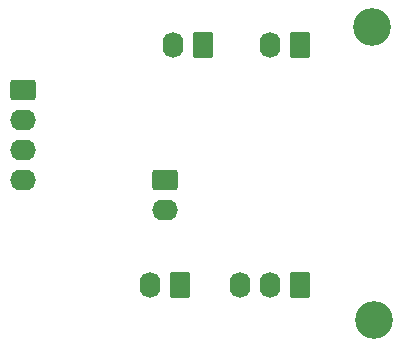
<source format=gbr>
%TF.GenerationSoftware,KiCad,Pcbnew,(6.0.1-0)*%
%TF.CreationDate,2023-07-04T07:11:00-04:00*%
%TF.ProjectId,Active Twin T,41637469-7665-4205-9477-696e20542e6b,rev?*%
%TF.SameCoordinates,Original*%
%TF.FileFunction,Soldermask,Bot*%
%TF.FilePolarity,Negative*%
%FSLAX46Y46*%
G04 Gerber Fmt 4.6, Leading zero omitted, Abs format (unit mm)*
G04 Created by KiCad (PCBNEW (6.0.1-0)) date 2023-07-04 07:11:00*
%MOMM*%
%LPD*%
G01*
G04 APERTURE LIST*
G04 Aperture macros list*
%AMRoundRect*
0 Rectangle with rounded corners*
0 $1 Rounding radius*
0 $2 $3 $4 $5 $6 $7 $8 $9 X,Y pos of 4 corners*
0 Add a 4 corners polygon primitive as box body*
4,1,4,$2,$3,$4,$5,$6,$7,$8,$9,$2,$3,0*
0 Add four circle primitives for the rounded corners*
1,1,$1+$1,$2,$3*
1,1,$1+$1,$4,$5*
1,1,$1+$1,$6,$7*
1,1,$1+$1,$8,$9*
0 Add four rect primitives between the rounded corners*
20,1,$1+$1,$2,$3,$4,$5,0*
20,1,$1+$1,$4,$5,$6,$7,0*
20,1,$1+$1,$6,$7,$8,$9,0*
20,1,$1+$1,$8,$9,$2,$3,0*%
G04 Aperture macros list end*
%ADD10C,3.200000*%
%ADD11RoundRect,0.250000X0.620000X0.845000X-0.620000X0.845000X-0.620000X-0.845000X0.620000X-0.845000X0*%
%ADD12O,1.740000X2.190000*%
%ADD13O,2.190000X1.740000*%
%ADD14RoundRect,0.250000X-0.845000X0.620000X-0.845000X-0.620000X0.845000X-0.620000X0.845000X0.620000X0*%
G04 APERTURE END LIST*
D10*
%TO.C,H2*%
X154940000Y-134747000D03*
%TD*%
%TO.C,H1*%
X154813000Y-109982000D03*
%TD*%
D11*
%TO.C,R6*%
X138537000Y-131826000D03*
D12*
X135997000Y-131826000D03*
%TD*%
%TO.C,RV1*%
X143617000Y-131826000D03*
X146157000Y-131826000D03*
D11*
X148697000Y-131826000D03*
%TD*%
D12*
%TO.C,R3*%
X137902000Y-111486000D03*
D11*
X140442000Y-111486000D03*
%TD*%
D13*
%TO.C,R1*%
X137267000Y-125476000D03*
D14*
X137267000Y-122936000D03*
%TD*%
D12*
%TO.C,J2*%
X146157000Y-111486000D03*
D11*
X148697000Y-111486000D03*
%TD*%
D13*
%TO.C,J1*%
X125182000Y-122936000D03*
X125182000Y-120396000D03*
X125182000Y-117856000D03*
D14*
X125182000Y-115316000D03*
%TD*%
M02*

</source>
